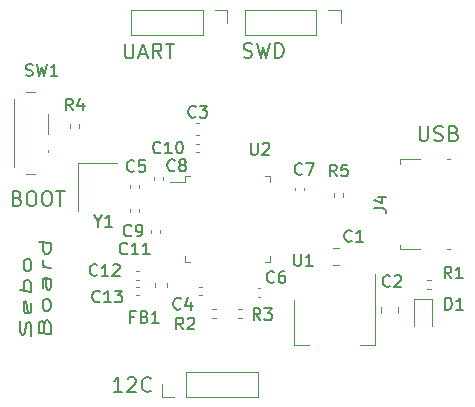
<source format=gbr>
%TF.GenerationSoftware,KiCad,Pcbnew,(6.0.7-1)-1*%
%TF.CreationDate,2022-10-07T20:30:11-05:00*%
%TF.ProjectId,KiCad,4b694361-642e-46b6-9963-61645f706362,rev?*%
%TF.SameCoordinates,Original*%
%TF.FileFunction,Legend,Top*%
%TF.FilePolarity,Positive*%
%FSLAX46Y46*%
G04 Gerber Fmt 4.6, Leading zero omitted, Abs format (unit mm)*
G04 Created by KiCad (PCBNEW (6.0.7-1)-1) date 2022-10-07 20:30:11*
%MOMM*%
%LPD*%
G01*
G04 APERTURE LIST*
%ADD10C,0.200000*%
%ADD11C,0.150000*%
%ADD12C,0.120000*%
G04 APERTURE END LIST*
D10*
X141221419Y-81560676D02*
X141221419Y-82572580D01*
X141280942Y-82691628D01*
X141340466Y-82751152D01*
X141459514Y-82810676D01*
X141697609Y-82810676D01*
X141816657Y-82751152D01*
X141876180Y-82691628D01*
X141935704Y-82572580D01*
X141935704Y-81560676D01*
X142471419Y-82751152D02*
X142649990Y-82810676D01*
X142947609Y-82810676D01*
X143066657Y-82751152D01*
X143126180Y-82691628D01*
X143185704Y-82572580D01*
X143185704Y-82453533D01*
X143126180Y-82334485D01*
X143066657Y-82274961D01*
X142947609Y-82215438D01*
X142709514Y-82155914D01*
X142590466Y-82096390D01*
X142530942Y-82036866D01*
X142471419Y-81917819D01*
X142471419Y-81798771D01*
X142530942Y-81679723D01*
X142590466Y-81620200D01*
X142709514Y-81560676D01*
X143007133Y-81560676D01*
X143185704Y-81620200D01*
X144138085Y-82155914D02*
X144316657Y-82215438D01*
X144376180Y-82274961D01*
X144435704Y-82394009D01*
X144435704Y-82572580D01*
X144376180Y-82691628D01*
X144316657Y-82751152D01*
X144197609Y-82810676D01*
X143721419Y-82810676D01*
X143721419Y-81560676D01*
X144138085Y-81560676D01*
X144257133Y-81620200D01*
X144316657Y-81679723D01*
X144376180Y-81798771D01*
X144376180Y-81917819D01*
X144316657Y-82036866D01*
X144257133Y-82096390D01*
X144138085Y-82155914D01*
X143721419Y-82155914D01*
X116268352Y-74550276D02*
X116268352Y-75562180D01*
X116327876Y-75681228D01*
X116387400Y-75740752D01*
X116506447Y-75800276D01*
X116744542Y-75800276D01*
X116863590Y-75740752D01*
X116923114Y-75681228D01*
X116982638Y-75562180D01*
X116982638Y-74550276D01*
X117518352Y-75443133D02*
X118113590Y-75443133D01*
X117399304Y-75800276D02*
X117815971Y-74550276D01*
X118232638Y-75800276D01*
X119363590Y-75800276D02*
X118946923Y-75205038D01*
X118649304Y-75800276D02*
X118649304Y-74550276D01*
X119125495Y-74550276D01*
X119244542Y-74609800D01*
X119304066Y-74669323D01*
X119363590Y-74788371D01*
X119363590Y-74966942D01*
X119304066Y-75085990D01*
X119244542Y-75145514D01*
X119125495Y-75205038D01*
X118649304Y-75205038D01*
X119720733Y-74550276D02*
X120435019Y-74550276D01*
X120077876Y-75800276D02*
X120077876Y-74550276D01*
X107167971Y-87642314D02*
X107346542Y-87701838D01*
X107406066Y-87761361D01*
X107465590Y-87880409D01*
X107465590Y-88058980D01*
X107406066Y-88178028D01*
X107346542Y-88237552D01*
X107227495Y-88297076D01*
X106751304Y-88297076D01*
X106751304Y-87047076D01*
X107167971Y-87047076D01*
X107287019Y-87106600D01*
X107346542Y-87166123D01*
X107406066Y-87285171D01*
X107406066Y-87404219D01*
X107346542Y-87523266D01*
X107287019Y-87582790D01*
X107167971Y-87642314D01*
X106751304Y-87642314D01*
X108239400Y-87047076D02*
X108477495Y-87047076D01*
X108596542Y-87106600D01*
X108715590Y-87225647D01*
X108775114Y-87463742D01*
X108775114Y-87880409D01*
X108715590Y-88118504D01*
X108596542Y-88237552D01*
X108477495Y-88297076D01*
X108239400Y-88297076D01*
X108120352Y-88237552D01*
X108001304Y-88118504D01*
X107941780Y-87880409D01*
X107941780Y-87463742D01*
X108001304Y-87225647D01*
X108120352Y-87106600D01*
X108239400Y-87047076D01*
X109548923Y-87047076D02*
X109787019Y-87047076D01*
X109906066Y-87106600D01*
X110025114Y-87225647D01*
X110084638Y-87463742D01*
X110084638Y-87880409D01*
X110025114Y-88118504D01*
X109906066Y-88237552D01*
X109787019Y-88297076D01*
X109548923Y-88297076D01*
X109429876Y-88237552D01*
X109310828Y-88118504D01*
X109251304Y-87880409D01*
X109251304Y-87463742D01*
X109310828Y-87225647D01*
X109429876Y-87106600D01*
X109548923Y-87047076D01*
X110441780Y-87047076D02*
X111156066Y-87047076D01*
X110798923Y-88297076D02*
X110798923Y-87047076D01*
X126319571Y-75689952D02*
X126498142Y-75749476D01*
X126795761Y-75749476D01*
X126914809Y-75689952D01*
X126974333Y-75630428D01*
X127033857Y-75511380D01*
X127033857Y-75392333D01*
X126974333Y-75273285D01*
X126914809Y-75213761D01*
X126795761Y-75154238D01*
X126557666Y-75094714D01*
X126438619Y-75035190D01*
X126379095Y-74975666D01*
X126319571Y-74856619D01*
X126319571Y-74737571D01*
X126379095Y-74618523D01*
X126438619Y-74559000D01*
X126557666Y-74499476D01*
X126855285Y-74499476D01*
X127033857Y-74559000D01*
X127450523Y-74499476D02*
X127748142Y-75749476D01*
X127986238Y-74856619D01*
X128224333Y-75749476D01*
X128521952Y-74499476D01*
X128998142Y-75749476D02*
X128998142Y-74499476D01*
X129295761Y-74499476D01*
X129474333Y-74559000D01*
X129593380Y-74678047D01*
X129652904Y-74797095D01*
X129712428Y-75035190D01*
X129712428Y-75213761D01*
X129652904Y-75451857D01*
X129593380Y-75570904D01*
X129474333Y-75689952D01*
X129295761Y-75749476D01*
X128998142Y-75749476D01*
X116027704Y-104045076D02*
X115313419Y-104045076D01*
X115670561Y-104045076D02*
X115670561Y-102795076D01*
X115551514Y-102973647D01*
X115432466Y-103092695D01*
X115313419Y-103152219D01*
X116503895Y-102914123D02*
X116563419Y-102854600D01*
X116682466Y-102795076D01*
X116980085Y-102795076D01*
X117099133Y-102854600D01*
X117158657Y-102914123D01*
X117218180Y-103033171D01*
X117218180Y-103152219D01*
X117158657Y-103330790D01*
X116444371Y-104045076D01*
X117218180Y-104045076D01*
X118468180Y-103926028D02*
X118408657Y-103985552D01*
X118230085Y-104045076D01*
X118111038Y-104045076D01*
X117932466Y-103985552D01*
X117813419Y-103866504D01*
X117753895Y-103747457D01*
X117694371Y-103509361D01*
X117694371Y-103330790D01*
X117753895Y-103092695D01*
X117813419Y-102973647D01*
X117932466Y-102854600D01*
X118111038Y-102795076D01*
X118230085Y-102795076D01*
X118408657Y-102854600D01*
X118468180Y-102914123D01*
X108311761Y-99287920D02*
X108359380Y-99008158D01*
X108359380Y-98531967D01*
X108311761Y-98335539D01*
X108264142Y-98234348D01*
X108168904Y-98127205D01*
X108073666Y-98115301D01*
X107978428Y-98198634D01*
X107930809Y-98287920D01*
X107883190Y-98472444D01*
X107835571Y-98847444D01*
X107787952Y-99031967D01*
X107740333Y-99121253D01*
X107645095Y-99204586D01*
X107549857Y-99192682D01*
X107454619Y-99085539D01*
X107407000Y-98984348D01*
X107359380Y-98787920D01*
X107359380Y-98311729D01*
X107407000Y-98031967D01*
X108311761Y-96526015D02*
X108359380Y-96722444D01*
X108359380Y-97103396D01*
X108311761Y-97287920D01*
X108216523Y-97371253D01*
X107835571Y-97323634D01*
X107740333Y-97216491D01*
X107692714Y-97020063D01*
X107692714Y-96639110D01*
X107740333Y-96454586D01*
X107835571Y-96371253D01*
X107930809Y-96383158D01*
X108026047Y-97347444D01*
X108359380Y-95579586D02*
X107359380Y-95454586D01*
X107740333Y-95502205D02*
X107692714Y-95305777D01*
X107692714Y-94924825D01*
X107740333Y-94740301D01*
X107787952Y-94651015D01*
X107883190Y-94567682D01*
X108168904Y-94603396D01*
X108264142Y-94710539D01*
X108311761Y-94811729D01*
X108359380Y-95008158D01*
X108359380Y-95389110D01*
X108311761Y-95573634D01*
X108359380Y-93484348D02*
X108311761Y-93668872D01*
X108264142Y-93758158D01*
X108168904Y-93841491D01*
X107883190Y-93805777D01*
X107787952Y-93698634D01*
X107740333Y-93597444D01*
X107692714Y-93401015D01*
X107692714Y-93115301D01*
X107740333Y-92930777D01*
X107787952Y-92841491D01*
X107883190Y-92758158D01*
X108168904Y-92793872D01*
X108264142Y-92901015D01*
X108311761Y-93002205D01*
X108359380Y-93198634D01*
X108359380Y-93484348D01*
X109445571Y-98418872D02*
X109493190Y-98139110D01*
X109540809Y-98049825D01*
X109636047Y-97966491D01*
X109778904Y-97984348D01*
X109874142Y-98091491D01*
X109921761Y-98192682D01*
X109969380Y-98389110D01*
X109969380Y-99151015D01*
X108969380Y-99026015D01*
X108969380Y-98359348D01*
X109017000Y-98174825D01*
X109064619Y-98085539D01*
X109159857Y-98002205D01*
X109255095Y-98014110D01*
X109350333Y-98121253D01*
X109397952Y-98222444D01*
X109445571Y-98418872D01*
X109445571Y-99085539D01*
X109969380Y-96865301D02*
X109921761Y-97049825D01*
X109874142Y-97139110D01*
X109778904Y-97222444D01*
X109493190Y-97186729D01*
X109397952Y-97079586D01*
X109350333Y-96978396D01*
X109302714Y-96781967D01*
X109302714Y-96496253D01*
X109350333Y-96311729D01*
X109397952Y-96222444D01*
X109493190Y-96139110D01*
X109778904Y-96174825D01*
X109874142Y-96281967D01*
X109921761Y-96383158D01*
X109969380Y-96579586D01*
X109969380Y-96865301D01*
X109969380Y-94484348D02*
X109445571Y-94418872D01*
X109350333Y-94502205D01*
X109302714Y-94686729D01*
X109302714Y-95067682D01*
X109350333Y-95264110D01*
X109921761Y-94478396D02*
X109969380Y-94674825D01*
X109969380Y-95151015D01*
X109921761Y-95335539D01*
X109826523Y-95418872D01*
X109731285Y-95406967D01*
X109636047Y-95299825D01*
X109588428Y-95103396D01*
X109588428Y-94627205D01*
X109540809Y-94430777D01*
X109969380Y-93531967D02*
X109302714Y-93448634D01*
X109493190Y-93472444D02*
X109397952Y-93365301D01*
X109350333Y-93264110D01*
X109302714Y-93067682D01*
X109302714Y-92877205D01*
X109969380Y-91436729D02*
X108969380Y-91311729D01*
X109921761Y-91430777D02*
X109969380Y-91627205D01*
X109969380Y-92008158D01*
X109921761Y-92192682D01*
X109874142Y-92281967D01*
X109778904Y-92365301D01*
X109493190Y-92329586D01*
X109397952Y-92222444D01*
X109350333Y-92121253D01*
X109302714Y-91924825D01*
X109302714Y-91543872D01*
X109350333Y-91359348D01*
D11*
%TO.C,Y1*%
X113976209Y-89587390D02*
X113976209Y-90063580D01*
X113642876Y-89063580D02*
X113976209Y-89587390D01*
X114309542Y-89063580D01*
X115166685Y-90063580D02*
X114595257Y-90063580D01*
X114880971Y-90063580D02*
X114880971Y-89063580D01*
X114785733Y-89206438D01*
X114690495Y-89301676D01*
X114595257Y-89349295D01*
%TO.C,J4*%
X137383380Y-88471333D02*
X138097666Y-88471333D01*
X138240523Y-88518952D01*
X138335761Y-88614190D01*
X138383380Y-88757047D01*
X138383380Y-88852285D01*
X137716714Y-87566571D02*
X138383380Y-87566571D01*
X137335761Y-87804666D02*
X138050047Y-88042761D01*
X138050047Y-87423714D01*
%TO.C,C11*%
X116451142Y-92305142D02*
X116403523Y-92352761D01*
X116260666Y-92400380D01*
X116165428Y-92400380D01*
X116022571Y-92352761D01*
X115927333Y-92257523D01*
X115879714Y-92162285D01*
X115832095Y-91971809D01*
X115832095Y-91828952D01*
X115879714Y-91638476D01*
X115927333Y-91543238D01*
X116022571Y-91448000D01*
X116165428Y-91400380D01*
X116260666Y-91400380D01*
X116403523Y-91448000D01*
X116451142Y-91495619D01*
X117403523Y-92400380D02*
X116832095Y-92400380D01*
X117117809Y-92400380D02*
X117117809Y-91400380D01*
X117022571Y-91543238D01*
X116927333Y-91638476D01*
X116832095Y-91686095D01*
X118355904Y-92400380D02*
X117784476Y-92400380D01*
X118070190Y-92400380D02*
X118070190Y-91400380D01*
X117974952Y-91543238D01*
X117879714Y-91638476D01*
X117784476Y-91686095D01*
%TO.C,U1*%
X130606895Y-92365580D02*
X130606895Y-93175104D01*
X130654514Y-93270342D01*
X130702133Y-93317961D01*
X130797371Y-93365580D01*
X130987847Y-93365580D01*
X131083085Y-93317961D01*
X131130704Y-93270342D01*
X131178323Y-93175104D01*
X131178323Y-92365580D01*
X132178323Y-93365580D02*
X131606895Y-93365580D01*
X131892609Y-93365580D02*
X131892609Y-92365580D01*
X131797371Y-92508438D01*
X131702133Y-92603676D01*
X131606895Y-92651295D01*
%TO.C,C3*%
X122261333Y-80715142D02*
X122213714Y-80762761D01*
X122070857Y-80810380D01*
X121975619Y-80810380D01*
X121832761Y-80762761D01*
X121737523Y-80667523D01*
X121689904Y-80572285D01*
X121642285Y-80381809D01*
X121642285Y-80238952D01*
X121689904Y-80048476D01*
X121737523Y-79953238D01*
X121832761Y-79858000D01*
X121975619Y-79810380D01*
X122070857Y-79810380D01*
X122213714Y-79858000D01*
X122261333Y-79905619D01*
X122594666Y-79810380D02*
X123213714Y-79810380D01*
X122880380Y-80191333D01*
X123023238Y-80191333D01*
X123118476Y-80238952D01*
X123166095Y-80286571D01*
X123213714Y-80381809D01*
X123213714Y-80619904D01*
X123166095Y-80715142D01*
X123118476Y-80762761D01*
X123023238Y-80810380D01*
X122737523Y-80810380D01*
X122642285Y-80762761D01*
X122594666Y-80715142D01*
%TO.C,R4*%
X111847333Y-80208380D02*
X111514000Y-79732190D01*
X111275904Y-80208380D02*
X111275904Y-79208380D01*
X111656857Y-79208380D01*
X111752095Y-79256000D01*
X111799714Y-79303619D01*
X111847333Y-79398857D01*
X111847333Y-79541714D01*
X111799714Y-79636952D01*
X111752095Y-79684571D01*
X111656857Y-79732190D01*
X111275904Y-79732190D01*
X112704476Y-79541714D02*
X112704476Y-80208380D01*
X112466380Y-79160761D02*
X112228285Y-79875047D01*
X112847333Y-79875047D01*
%TO.C,C9*%
X116800333Y-90781142D02*
X116752714Y-90828761D01*
X116609857Y-90876380D01*
X116514619Y-90876380D01*
X116371761Y-90828761D01*
X116276523Y-90733523D01*
X116228904Y-90638285D01*
X116181285Y-90447809D01*
X116181285Y-90304952D01*
X116228904Y-90114476D01*
X116276523Y-90019238D01*
X116371761Y-89924000D01*
X116514619Y-89876380D01*
X116609857Y-89876380D01*
X116752714Y-89924000D01*
X116800333Y-89971619D01*
X117276523Y-90876380D02*
X117467000Y-90876380D01*
X117562238Y-90828761D01*
X117609857Y-90781142D01*
X117705095Y-90638285D01*
X117752714Y-90447809D01*
X117752714Y-90066857D01*
X117705095Y-89971619D01*
X117657476Y-89924000D01*
X117562238Y-89876380D01*
X117371761Y-89876380D01*
X117276523Y-89924000D01*
X117228904Y-89971619D01*
X117181285Y-90066857D01*
X117181285Y-90304952D01*
X117228904Y-90400190D01*
X117276523Y-90447809D01*
X117371761Y-90495428D01*
X117562238Y-90495428D01*
X117657476Y-90447809D01*
X117705095Y-90400190D01*
X117752714Y-90304952D01*
%TO.C,C5*%
X117054333Y-85320142D02*
X117006714Y-85367761D01*
X116863857Y-85415380D01*
X116768619Y-85415380D01*
X116625761Y-85367761D01*
X116530523Y-85272523D01*
X116482904Y-85177285D01*
X116435285Y-84986809D01*
X116435285Y-84843952D01*
X116482904Y-84653476D01*
X116530523Y-84558238D01*
X116625761Y-84463000D01*
X116768619Y-84415380D01*
X116863857Y-84415380D01*
X117006714Y-84463000D01*
X117054333Y-84510619D01*
X117959095Y-84415380D02*
X117482904Y-84415380D01*
X117435285Y-84891571D01*
X117482904Y-84843952D01*
X117578142Y-84796333D01*
X117816238Y-84796333D01*
X117911476Y-84843952D01*
X117959095Y-84891571D01*
X118006714Y-84986809D01*
X118006714Y-85224904D01*
X117959095Y-85320142D01*
X117911476Y-85367761D01*
X117816238Y-85415380D01*
X117578142Y-85415380D01*
X117482904Y-85367761D01*
X117435285Y-85320142D01*
%TO.C,R2*%
X121194533Y-98750380D02*
X120861200Y-98274190D01*
X120623104Y-98750380D02*
X120623104Y-97750380D01*
X121004057Y-97750380D01*
X121099295Y-97798000D01*
X121146914Y-97845619D01*
X121194533Y-97940857D01*
X121194533Y-98083714D01*
X121146914Y-98178952D01*
X121099295Y-98226571D01*
X121004057Y-98274190D01*
X120623104Y-98274190D01*
X121575485Y-97845619D02*
X121623104Y-97798000D01*
X121718342Y-97750380D01*
X121956438Y-97750380D01*
X122051676Y-97798000D01*
X122099295Y-97845619D01*
X122146914Y-97940857D01*
X122146914Y-98036095D01*
X122099295Y-98178952D01*
X121527866Y-98750380D01*
X122146914Y-98750380D01*
%TO.C,C10*%
X119277142Y-83745142D02*
X119229523Y-83792761D01*
X119086666Y-83840380D01*
X118991428Y-83840380D01*
X118848571Y-83792761D01*
X118753333Y-83697523D01*
X118705714Y-83602285D01*
X118658095Y-83411809D01*
X118658095Y-83268952D01*
X118705714Y-83078476D01*
X118753333Y-82983238D01*
X118848571Y-82888000D01*
X118991428Y-82840380D01*
X119086666Y-82840380D01*
X119229523Y-82888000D01*
X119277142Y-82935619D01*
X120229523Y-83840380D02*
X119658095Y-83840380D01*
X119943809Y-83840380D02*
X119943809Y-82840380D01*
X119848571Y-82983238D01*
X119753333Y-83078476D01*
X119658095Y-83126095D01*
X120848571Y-82840380D02*
X120943809Y-82840380D01*
X121039047Y-82888000D01*
X121086666Y-82935619D01*
X121134285Y-83030857D01*
X121181904Y-83221333D01*
X121181904Y-83459428D01*
X121134285Y-83649904D01*
X121086666Y-83745142D01*
X121039047Y-83792761D01*
X120943809Y-83840380D01*
X120848571Y-83840380D01*
X120753333Y-83792761D01*
X120705714Y-83745142D01*
X120658095Y-83649904D01*
X120610476Y-83459428D01*
X120610476Y-83221333D01*
X120658095Y-83030857D01*
X120705714Y-82935619D01*
X120753333Y-82888000D01*
X120848571Y-82840380D01*
%TO.C,C4*%
X120991333Y-96978742D02*
X120943714Y-97026361D01*
X120800857Y-97073980D01*
X120705619Y-97073980D01*
X120562761Y-97026361D01*
X120467523Y-96931123D01*
X120419904Y-96835885D01*
X120372285Y-96645409D01*
X120372285Y-96502552D01*
X120419904Y-96312076D01*
X120467523Y-96216838D01*
X120562761Y-96121600D01*
X120705619Y-96073980D01*
X120800857Y-96073980D01*
X120943714Y-96121600D01*
X120991333Y-96169219D01*
X121848476Y-96407314D02*
X121848476Y-97073980D01*
X121610380Y-96026361D02*
X121372285Y-96740647D01*
X121991333Y-96740647D01*
%TO.C,C13*%
X114137142Y-96369142D02*
X114089523Y-96416761D01*
X113946666Y-96464380D01*
X113851428Y-96464380D01*
X113708571Y-96416761D01*
X113613333Y-96321523D01*
X113565714Y-96226285D01*
X113518095Y-96035809D01*
X113518095Y-95892952D01*
X113565714Y-95702476D01*
X113613333Y-95607238D01*
X113708571Y-95512000D01*
X113851428Y-95464380D01*
X113946666Y-95464380D01*
X114089523Y-95512000D01*
X114137142Y-95559619D01*
X115089523Y-96464380D02*
X114518095Y-96464380D01*
X114803809Y-96464380D02*
X114803809Y-95464380D01*
X114708571Y-95607238D01*
X114613333Y-95702476D01*
X114518095Y-95750095D01*
X115422857Y-95464380D02*
X116041904Y-95464380D01*
X115708571Y-95845333D01*
X115851428Y-95845333D01*
X115946666Y-95892952D01*
X115994285Y-95940571D01*
X116041904Y-96035809D01*
X116041904Y-96273904D01*
X115994285Y-96369142D01*
X115946666Y-96416761D01*
X115851428Y-96464380D01*
X115565714Y-96464380D01*
X115470476Y-96416761D01*
X115422857Y-96369142D01*
%TO.C,C7*%
X131278333Y-85574142D02*
X131230714Y-85621761D01*
X131087857Y-85669380D01*
X130992619Y-85669380D01*
X130849761Y-85621761D01*
X130754523Y-85526523D01*
X130706904Y-85431285D01*
X130659285Y-85240809D01*
X130659285Y-85097952D01*
X130706904Y-84907476D01*
X130754523Y-84812238D01*
X130849761Y-84717000D01*
X130992619Y-84669380D01*
X131087857Y-84669380D01*
X131230714Y-84717000D01*
X131278333Y-84764619D01*
X131611666Y-84669380D02*
X132278333Y-84669380D01*
X131849761Y-85669380D01*
%TO.C,C12*%
X113911142Y-94133942D02*
X113863523Y-94181561D01*
X113720666Y-94229180D01*
X113625428Y-94229180D01*
X113482571Y-94181561D01*
X113387333Y-94086323D01*
X113339714Y-93991085D01*
X113292095Y-93800609D01*
X113292095Y-93657752D01*
X113339714Y-93467276D01*
X113387333Y-93372038D01*
X113482571Y-93276800D01*
X113625428Y-93229180D01*
X113720666Y-93229180D01*
X113863523Y-93276800D01*
X113911142Y-93324419D01*
X114863523Y-94229180D02*
X114292095Y-94229180D01*
X114577809Y-94229180D02*
X114577809Y-93229180D01*
X114482571Y-93372038D01*
X114387333Y-93467276D01*
X114292095Y-93514895D01*
X115244476Y-93324419D02*
X115292095Y-93276800D01*
X115387333Y-93229180D01*
X115625428Y-93229180D01*
X115720666Y-93276800D01*
X115768285Y-93324419D01*
X115815904Y-93419657D01*
X115815904Y-93514895D01*
X115768285Y-93657752D01*
X115196857Y-94229180D01*
X115815904Y-94229180D01*
%TO.C,C2*%
X138717333Y-95051142D02*
X138669714Y-95098761D01*
X138526857Y-95146380D01*
X138431619Y-95146380D01*
X138288761Y-95098761D01*
X138193523Y-95003523D01*
X138145904Y-94908285D01*
X138098285Y-94717809D01*
X138098285Y-94574952D01*
X138145904Y-94384476D01*
X138193523Y-94289238D01*
X138288761Y-94194000D01*
X138431619Y-94146380D01*
X138526857Y-94146380D01*
X138669714Y-94194000D01*
X138717333Y-94241619D01*
X139098285Y-94241619D02*
X139145904Y-94194000D01*
X139241142Y-94146380D01*
X139479238Y-94146380D01*
X139574476Y-94194000D01*
X139622095Y-94241619D01*
X139669714Y-94336857D01*
X139669714Y-94432095D01*
X139622095Y-94574952D01*
X139050666Y-95146380D01*
X139669714Y-95146380D01*
%TO.C,D1*%
X143381504Y-97073980D02*
X143381504Y-96073980D01*
X143619600Y-96073980D01*
X143762457Y-96121600D01*
X143857695Y-96216838D01*
X143905314Y-96312076D01*
X143952933Y-96502552D01*
X143952933Y-96645409D01*
X143905314Y-96835885D01*
X143857695Y-96931123D01*
X143762457Y-97026361D01*
X143619600Y-97073980D01*
X143381504Y-97073980D01*
X144905314Y-97073980D02*
X144333885Y-97073980D01*
X144619600Y-97073980D02*
X144619600Y-96073980D01*
X144524361Y-96216838D01*
X144429123Y-96312076D01*
X144333885Y-96359695D01*
%TO.C,U2*%
X126938095Y-82952380D02*
X126938095Y-83761904D01*
X126985714Y-83857142D01*
X127033333Y-83904761D01*
X127128571Y-83952380D01*
X127319047Y-83952380D01*
X127414285Y-83904761D01*
X127461904Y-83857142D01*
X127509523Y-83761904D01*
X127509523Y-82952380D01*
X127938095Y-83047619D02*
X127985714Y-83000000D01*
X128080952Y-82952380D01*
X128319047Y-82952380D01*
X128414285Y-83000000D01*
X128461904Y-83047619D01*
X128509523Y-83142857D01*
X128509523Y-83238095D01*
X128461904Y-83380952D01*
X127890476Y-83952380D01*
X128509523Y-83952380D01*
%TO.C,R1*%
X143902133Y-94432380D02*
X143568800Y-93956190D01*
X143330704Y-94432380D02*
X143330704Y-93432380D01*
X143711657Y-93432380D01*
X143806895Y-93480000D01*
X143854514Y-93527619D01*
X143902133Y-93622857D01*
X143902133Y-93765714D01*
X143854514Y-93860952D01*
X143806895Y-93908571D01*
X143711657Y-93956190D01*
X143330704Y-93956190D01*
X144854514Y-94432380D02*
X144283085Y-94432380D01*
X144568800Y-94432380D02*
X144568800Y-93432380D01*
X144473561Y-93575238D01*
X144378323Y-93670476D01*
X144283085Y-93718095D01*
%TO.C,C1*%
X135469333Y-91238342D02*
X135421714Y-91285961D01*
X135278857Y-91333580D01*
X135183619Y-91333580D01*
X135040761Y-91285961D01*
X134945523Y-91190723D01*
X134897904Y-91095485D01*
X134850285Y-90905009D01*
X134850285Y-90762152D01*
X134897904Y-90571676D01*
X134945523Y-90476438D01*
X135040761Y-90381200D01*
X135183619Y-90333580D01*
X135278857Y-90333580D01*
X135421714Y-90381200D01*
X135469333Y-90428819D01*
X136421714Y-91333580D02*
X135850285Y-91333580D01*
X136136000Y-91333580D02*
X136136000Y-90333580D01*
X136040761Y-90476438D01*
X135945523Y-90571676D01*
X135850285Y-90619295D01*
%TO.C,C6*%
X128893333Y-94718142D02*
X128845714Y-94765761D01*
X128702857Y-94813380D01*
X128607619Y-94813380D01*
X128464761Y-94765761D01*
X128369523Y-94670523D01*
X128321904Y-94575285D01*
X128274285Y-94384809D01*
X128274285Y-94241952D01*
X128321904Y-94051476D01*
X128369523Y-93956238D01*
X128464761Y-93861000D01*
X128607619Y-93813380D01*
X128702857Y-93813380D01*
X128845714Y-93861000D01*
X128893333Y-93908619D01*
X129750476Y-93813380D02*
X129560000Y-93813380D01*
X129464761Y-93861000D01*
X129417142Y-93908619D01*
X129321904Y-94051476D01*
X129274285Y-94241952D01*
X129274285Y-94622904D01*
X129321904Y-94718142D01*
X129369523Y-94765761D01*
X129464761Y-94813380D01*
X129655238Y-94813380D01*
X129750476Y-94765761D01*
X129798095Y-94718142D01*
X129845714Y-94622904D01*
X129845714Y-94384809D01*
X129798095Y-94289571D01*
X129750476Y-94241952D01*
X129655238Y-94194333D01*
X129464761Y-94194333D01*
X129369523Y-94241952D01*
X129321904Y-94289571D01*
X129274285Y-94384809D01*
%TO.C,R5*%
X134199333Y-85792380D02*
X133866000Y-85316190D01*
X133627904Y-85792380D02*
X133627904Y-84792380D01*
X134008857Y-84792380D01*
X134104095Y-84840000D01*
X134151714Y-84887619D01*
X134199333Y-84982857D01*
X134199333Y-85125714D01*
X134151714Y-85220952D01*
X134104095Y-85268571D01*
X134008857Y-85316190D01*
X133627904Y-85316190D01*
X135104095Y-84792380D02*
X134627904Y-84792380D01*
X134580285Y-85268571D01*
X134627904Y-85220952D01*
X134723142Y-85173333D01*
X134961238Y-85173333D01*
X135056476Y-85220952D01*
X135104095Y-85268571D01*
X135151714Y-85363809D01*
X135151714Y-85601904D01*
X135104095Y-85697142D01*
X135056476Y-85744761D01*
X134961238Y-85792380D01*
X134723142Y-85792380D01*
X134627904Y-85744761D01*
X134580285Y-85697142D01*
%TO.C,SW1*%
X107886666Y-77239761D02*
X108029523Y-77287380D01*
X108267619Y-77287380D01*
X108362857Y-77239761D01*
X108410476Y-77192142D01*
X108458095Y-77096904D01*
X108458095Y-77001666D01*
X108410476Y-76906428D01*
X108362857Y-76858809D01*
X108267619Y-76811190D01*
X108077142Y-76763571D01*
X107981904Y-76715952D01*
X107934285Y-76668333D01*
X107886666Y-76573095D01*
X107886666Y-76477857D01*
X107934285Y-76382619D01*
X107981904Y-76335000D01*
X108077142Y-76287380D01*
X108315238Y-76287380D01*
X108458095Y-76335000D01*
X108791428Y-76287380D02*
X109029523Y-77287380D01*
X109220000Y-76573095D01*
X109410476Y-77287380D01*
X109648571Y-76287380D01*
X110553333Y-77287380D02*
X109981904Y-77287380D01*
X110267619Y-77287380D02*
X110267619Y-76287380D01*
X110172380Y-76430238D01*
X110077142Y-76525476D01*
X109981904Y-76573095D01*
%TO.C,C8*%
X120483333Y-85264142D02*
X120435714Y-85311761D01*
X120292857Y-85359380D01*
X120197619Y-85359380D01*
X120054761Y-85311761D01*
X119959523Y-85216523D01*
X119911904Y-85121285D01*
X119864285Y-84930809D01*
X119864285Y-84787952D01*
X119911904Y-84597476D01*
X119959523Y-84502238D01*
X120054761Y-84407000D01*
X120197619Y-84359380D01*
X120292857Y-84359380D01*
X120435714Y-84407000D01*
X120483333Y-84454619D01*
X121054761Y-84787952D02*
X120959523Y-84740333D01*
X120911904Y-84692714D01*
X120864285Y-84597476D01*
X120864285Y-84549857D01*
X120911904Y-84454619D01*
X120959523Y-84407000D01*
X121054761Y-84359380D01*
X121245238Y-84359380D01*
X121340476Y-84407000D01*
X121388095Y-84454619D01*
X121435714Y-84549857D01*
X121435714Y-84597476D01*
X121388095Y-84692714D01*
X121340476Y-84740333D01*
X121245238Y-84787952D01*
X121054761Y-84787952D01*
X120959523Y-84835571D01*
X120911904Y-84883190D01*
X120864285Y-84978428D01*
X120864285Y-85168904D01*
X120911904Y-85264142D01*
X120959523Y-85311761D01*
X121054761Y-85359380D01*
X121245238Y-85359380D01*
X121340476Y-85311761D01*
X121388095Y-85264142D01*
X121435714Y-85168904D01*
X121435714Y-84978428D01*
X121388095Y-84883190D01*
X121340476Y-84835571D01*
X121245238Y-84787952D01*
%TO.C,FB1*%
X117073466Y-97667771D02*
X116740133Y-97667771D01*
X116740133Y-98191580D02*
X116740133Y-97191580D01*
X117216323Y-97191580D01*
X117930609Y-97667771D02*
X118073466Y-97715390D01*
X118121085Y-97763009D01*
X118168704Y-97858247D01*
X118168704Y-98001104D01*
X118121085Y-98096342D01*
X118073466Y-98143961D01*
X117978228Y-98191580D01*
X117597276Y-98191580D01*
X117597276Y-97191580D01*
X117930609Y-97191580D01*
X118025847Y-97239200D01*
X118073466Y-97286819D01*
X118121085Y-97382057D01*
X118121085Y-97477295D01*
X118073466Y-97572533D01*
X118025847Y-97620152D01*
X117930609Y-97667771D01*
X117597276Y-97667771D01*
X119121085Y-98191580D02*
X118549657Y-98191580D01*
X118835371Y-98191580D02*
X118835371Y-97191580D01*
X118740133Y-97334438D01*
X118644895Y-97429676D01*
X118549657Y-97477295D01*
%TO.C,R3*%
X127742733Y-97961380D02*
X127409400Y-97485190D01*
X127171304Y-97961380D02*
X127171304Y-96961380D01*
X127552257Y-96961380D01*
X127647495Y-97009000D01*
X127695114Y-97056619D01*
X127742733Y-97151857D01*
X127742733Y-97294714D01*
X127695114Y-97389952D01*
X127647495Y-97437571D01*
X127552257Y-97485190D01*
X127171304Y-97485190D01*
X128076066Y-96961380D02*
X128695114Y-96961380D01*
X128361780Y-97342333D01*
X128504638Y-97342333D01*
X128599876Y-97389952D01*
X128647495Y-97437571D01*
X128695114Y-97532809D01*
X128695114Y-97770904D01*
X128647495Y-97866142D01*
X128599876Y-97913761D01*
X128504638Y-97961380D01*
X128218923Y-97961380D01*
X128123685Y-97913761D01*
X128076066Y-97866142D01*
D12*
%TO.C,Y1*%
X115562000Y-84688000D02*
X112262000Y-84688000D01*
X112262000Y-84688000D02*
X112262000Y-88688000D01*
%TO.C,J4*%
X143831000Y-91948000D02*
X143571000Y-91948000D01*
X143571000Y-84328000D02*
X143831000Y-84328000D01*
X139521000Y-91948000D02*
X139521000Y-91568000D01*
X139521000Y-84328000D02*
X141291000Y-84328000D01*
X141291000Y-91948000D02*
X139521000Y-91948000D01*
X139521000Y-84328000D02*
X139521000Y-84708000D01*
%TO.C,J3*%
X126409200Y-71736400D02*
X126409200Y-73856400D01*
X132469200Y-71736400D02*
X126409200Y-71736400D01*
X132469200Y-71736400D02*
X132469200Y-73856400D01*
X132469200Y-73856400D02*
X126409200Y-73856400D01*
X134529200Y-71736400D02*
X134529200Y-72796400D01*
X133469200Y-71736400D02*
X134529200Y-71736400D01*
%TO.C,C11*%
X119232000Y-90559836D02*
X119232000Y-90344164D01*
X118512000Y-90559836D02*
X118512000Y-90344164D01*
%TO.C,U1*%
X137410000Y-100060000D02*
X136150000Y-100060000D01*
X130590000Y-96300000D02*
X130590000Y-100060000D01*
X130590000Y-100060000D02*
X131850000Y-100060000D01*
X137410000Y-94050000D02*
X137410000Y-100060000D01*
%TO.C,C3*%
X122287420Y-82298000D02*
X122568580Y-82298000D01*
X122287420Y-81278000D02*
X122568580Y-81278000D01*
%TO.C,R4*%
X112394000Y-81689641D02*
X112394000Y-81382359D01*
X111634000Y-81689641D02*
X111634000Y-81382359D01*
%TO.C,C9*%
X117454000Y-88809836D02*
X117454000Y-88594164D01*
X116734000Y-88809836D02*
X116734000Y-88594164D01*
%TO.C,C5*%
X117454000Y-86749836D02*
X117454000Y-86534164D01*
X116734000Y-86749836D02*
X116734000Y-86534164D01*
%TO.C,R2*%
X123976641Y-97789000D02*
X123669359Y-97789000D01*
X123976641Y-97029000D02*
X123669359Y-97029000D01*
%TO.C,C10*%
X122312164Y-83040000D02*
X122527836Y-83040000D01*
X122312164Y-83760000D02*
X122527836Y-83760000D01*
%TO.C,C4*%
X122546164Y-95140000D02*
X122761836Y-95140000D01*
X122546164Y-95860000D02*
X122761836Y-95860000D01*
%TO.C,C13*%
X117455836Y-95864000D02*
X117240164Y-95864000D01*
X117455836Y-95144000D02*
X117240164Y-95144000D01*
%TO.C,C7*%
X130704000Y-86760164D02*
X130704000Y-86975836D01*
X131424000Y-86760164D02*
X131424000Y-86975836D01*
%TO.C,C12*%
X117427836Y-93823200D02*
X117212164Y-93823200D01*
X117427836Y-94543200D02*
X117212164Y-94543200D01*
%TO.C,C2*%
X139419000Y-97355252D02*
X139419000Y-96832748D01*
X137949000Y-97355252D02*
X137949000Y-96832748D01*
%TO.C,D1*%
X142235000Y-96165000D02*
X140765000Y-96165000D01*
X140765000Y-96165000D02*
X140765000Y-98450000D01*
X142235000Y-98450000D02*
X142235000Y-96165000D01*
%TO.C,U2*%
X121358000Y-86248000D02*
X120068000Y-86248000D01*
X121358000Y-85798000D02*
X121358000Y-86248000D01*
X121808000Y-85798000D02*
X121358000Y-85798000D01*
X121358000Y-93018000D02*
X121358000Y-92568000D01*
X128578000Y-93018000D02*
X128578000Y-92568000D01*
X121808000Y-93018000D02*
X121358000Y-93018000D01*
X128128000Y-93018000D02*
X128578000Y-93018000D01*
X128578000Y-85798000D02*
X128578000Y-86248000D01*
X128128000Y-85798000D02*
X128578000Y-85798000D01*
%TO.C,R1*%
X141883159Y-94565200D02*
X142190441Y-94565200D01*
X141883159Y-95325200D02*
X142190441Y-95325200D01*
%TO.C,C1*%
X133888748Y-91865000D02*
X134411252Y-91865000D01*
X133888748Y-93335000D02*
X134411252Y-93335000D01*
%TO.C,C6*%
X127742836Y-95271000D02*
X127527164Y-95271000D01*
X127742836Y-95991000D02*
X127527164Y-95991000D01*
%TO.C,R5*%
X134746000Y-87527641D02*
X134746000Y-87220359D01*
X133986000Y-87527641D02*
X133986000Y-87220359D01*
%TO.C,SW1*%
X107882800Y-85578800D02*
X108672800Y-85578800D01*
X109722800Y-83528800D02*
X109722800Y-83728800D01*
X108672800Y-78678800D02*
X107882800Y-78678800D01*
X106872800Y-79278800D02*
X106872800Y-84978800D01*
X109722800Y-80528800D02*
X109722800Y-82228800D01*
%TO.C,J1*%
X116809200Y-71736400D02*
X116809200Y-73856400D01*
X124929200Y-71736400D02*
X124929200Y-72796400D01*
X122869200Y-71736400D02*
X116809200Y-71736400D01*
X122869200Y-73856400D02*
X116809200Y-73856400D01*
X123869200Y-71736400D02*
X124929200Y-71736400D01*
X122869200Y-71736400D02*
X122869200Y-73856400D01*
%TO.C,C8*%
X119486000Y-86058836D02*
X119486000Y-85843164D01*
X118766000Y-86058836D02*
X118766000Y-85843164D01*
%TO.C,FB1*%
X118842000Y-94833221D02*
X118842000Y-95158779D01*
X119862000Y-94833221D02*
X119862000Y-95158779D01*
%TO.C,J2*%
X119400000Y-104438000D02*
X119400000Y-103378000D01*
X120460000Y-104438000D02*
X119400000Y-104438000D01*
X127520000Y-104438000D02*
X127520000Y-102318000D01*
X121460000Y-102318000D02*
X127520000Y-102318000D01*
X121460000Y-104438000D02*
X127520000Y-104438000D01*
X121460000Y-104438000D02*
X121460000Y-102318000D01*
%TO.C,R3*%
X125855759Y-97029000D02*
X126163041Y-97029000D01*
X125855759Y-97789000D02*
X126163041Y-97789000D01*
%TD*%
M02*

</source>
